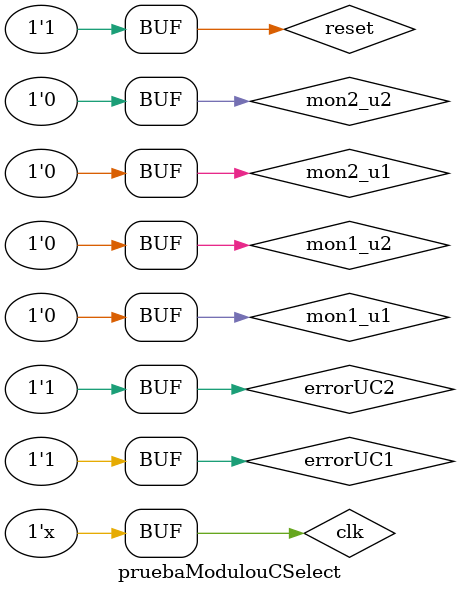
<source format=v>
`timescale 1ns / 1ps


module pruebaModulouCSelect;

	// Inputs
	reg clk;
	reg errorUC1;
	reg errorUC2;
	reg reset;

		reg mon1_u1;
		reg mon2_u1;
		reg mon1_u2;
		reg mon2_u2;
	// Outputs
	wire resetuC1;
	wire resetuC2;
	wire selectedProcessor;

	// Instantiate the Unit Under Test (UUT)
	uCSelect uut (
		.clk(clk), 
		.errorUC1(errorUC1), 
		.errorUC2(errorUC2), 
		.mon1_u1(mon1_u1),
		.mon2_u1(mon2_u1),
		.mon1_u2(mon1_u2),
		.mon2_u2(mon2_u2),
		
		.reset(reset), 
		.resetuC1(resetuC1), 
		.resetuC2(resetuC2), 
		.selectedProcessor(selectedProcessor)
	);

	initial begin
		// Initialize Inputs
		clk = 0;
		errorUC1 = 0;
		errorUC2 = 0;
		reset = 0;
		mon1_u1=0;
		mon1_u2=0;
		mon2_u1=0;
		mon2_u2=0;
		// Wait 100 ns for global reset to finish
		#100;
      reset = 1;  
		errorUC1 = 0;
		errorUC2 = 0;
		// Add stimulus here
		#100;
		 
		errorUC1 = 1;
		errorUC2 = 1;
		
		end
		always begin
      #10  clk =  ! clk;
		
		end
      
endmodule


</source>
